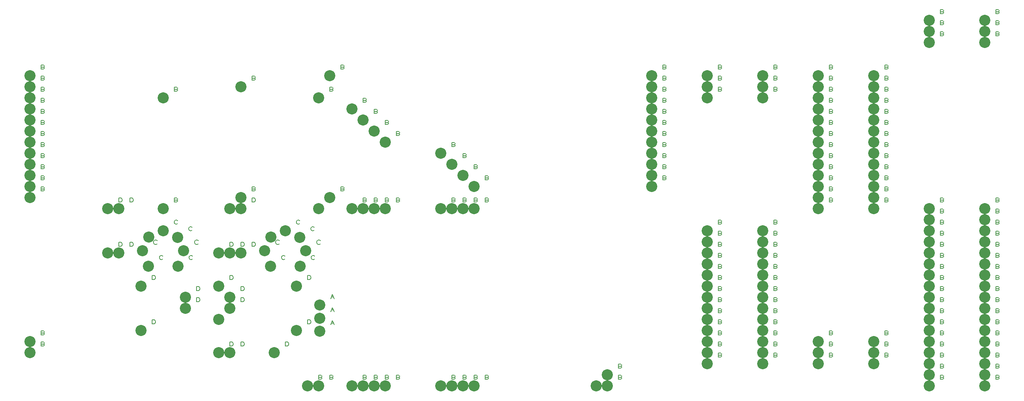
<source format=gbr>
G04 DesignSpark PCB Gerber Version 12.0 Build 5941*
G04 #@! TF.Part,Single*
G04 #@! TF.FileFunction,Drillmap*
G04 #@! TF.FilePolarity,Positive*
%FSLAX35Y35*%
%MOIN*%
%ADD70C,0.00500*%
G04 #@! TA.AperFunction,WasherPad*
%ADD19C,0.10000*%
G04 #@! TD.AperFunction*
X0Y0D02*
D02*
D19*
X20250Y50250D03*
D03*
Y60250D03*
D03*
Y190250D03*
Y200250D03*
Y210250D03*
Y220250D03*
Y230250D03*
Y240250D03*
Y250250D03*
Y260250D03*
Y270250D03*
Y280250D03*
Y290250D03*
Y300250D03*
X90250Y140250D03*
Y180250D03*
X100250Y140250D03*
Y180250D03*
X120250Y70250D03*
Y110250D03*
X121746Y142140D03*
X126864Y128360D03*
X127258Y154738D03*
X140250Y160250D03*
Y180250D03*
Y280250D03*
X153242Y154344D03*
X153636Y128360D03*
X158754Y142140D03*
X160250Y90250D03*
Y100250D03*
X190250Y50250D03*
Y80250D03*
Y110250D03*
Y140250D03*
X200250Y50250D03*
Y90250D03*
Y100250D03*
Y140250D03*
Y180250D03*
X210250Y140250D03*
Y180250D03*
Y190250D03*
Y290250D03*
X231746Y142140D03*
X236864Y128360D03*
X237258Y154738D03*
X240250Y50250D03*
X250250Y160250D03*
X260250Y70250D03*
Y110250D03*
X263242Y154344D03*
X263636Y128360D03*
X268754Y142140D03*
X270250Y20250D03*
X280250D03*
Y180250D03*
Y280250D03*
X281195Y69541D03*
Y81352D03*
Y93163D03*
X290250Y190250D03*
Y300250D03*
X310250Y20250D03*
Y180250D03*
Y270250D03*
X320250Y20250D03*
Y180250D03*
Y260250D03*
X330250Y20250D03*
Y180250D03*
Y250250D03*
X340250Y20250D03*
Y180250D03*
Y240250D03*
X390250Y20250D03*
Y180250D03*
Y230250D03*
X400250Y20250D03*
Y180250D03*
Y220250D03*
X410250Y20250D03*
Y180250D03*
Y210250D03*
X420250Y20250D03*
Y180250D03*
Y200250D03*
X530250Y20250D03*
X540250D03*
Y30250D03*
X580250Y200250D03*
Y210250D03*
Y220250D03*
Y230250D03*
Y240250D03*
Y250250D03*
Y260250D03*
Y270250D03*
Y280250D03*
Y290250D03*
Y300250D03*
X630250Y40250D03*
Y50250D03*
Y60250D03*
Y70250D03*
Y80250D03*
Y90250D03*
Y100250D03*
Y110250D03*
Y120250D03*
Y130250D03*
Y140250D03*
Y150250D03*
Y160250D03*
Y280250D03*
Y290250D03*
Y300250D03*
X680250Y40250D03*
Y50250D03*
Y60250D03*
Y70250D03*
Y80250D03*
Y90250D03*
Y100250D03*
Y110250D03*
Y120250D03*
Y130250D03*
Y140250D03*
Y150250D03*
Y160250D03*
Y280250D03*
Y290250D03*
Y300250D03*
X730250Y40250D03*
Y50250D03*
Y60250D03*
Y180250D03*
Y190250D03*
Y200250D03*
Y210250D03*
Y220250D03*
Y230250D03*
Y240250D03*
Y250250D03*
Y260250D03*
Y270250D03*
Y280250D03*
Y290250D03*
Y300250D03*
X780250Y40250D03*
Y50250D03*
Y60250D03*
Y180250D03*
Y190250D03*
Y200250D03*
Y210250D03*
Y220250D03*
Y230250D03*
Y240250D03*
Y250250D03*
Y260250D03*
Y270250D03*
Y280250D03*
Y290250D03*
Y300250D03*
X830250Y20250D03*
Y30250D03*
Y40250D03*
Y50250D03*
Y60250D03*
Y70250D03*
Y80250D03*
Y90250D03*
Y100250D03*
Y110250D03*
Y120250D03*
Y130250D03*
Y140250D03*
Y150250D03*
Y160250D03*
Y170250D03*
Y180250D03*
Y330250D03*
Y340250D03*
Y350250D03*
X880250Y20250D03*
Y30250D03*
Y40250D03*
Y50250D03*
Y60250D03*
Y70250D03*
Y80250D03*
Y90250D03*
Y100250D03*
Y110250D03*
Y120250D03*
Y130250D03*
Y140250D03*
Y150250D03*
Y160250D03*
Y170250D03*
Y180250D03*
Y330250D03*
Y340250D03*
Y350250D03*
D02*
D70*
X32437Y58063D02*
X33063Y57750D01*
X33375Y57125D01*
X33063Y56500D01*
X32437Y56187D01*
X30250D01*
Y59937D01*
X32437D01*
X33063Y59625D01*
X33375Y59000D01*
X33063Y58375D01*
X32437Y58063D01*
X30250D01*
X32437D02*
X33063Y57750D01*
X33375Y57125D01*
X33063Y56500D01*
X32437Y56187D01*
X30250D01*
Y59937D01*
X32437D01*
X33063Y59625D01*
X33375Y59000D01*
X33063Y58375D01*
X32437Y58063D01*
X30250D01*
X32437Y68063D02*
X33063Y67750D01*
X33375Y67125D01*
X33063Y66500D01*
X32437Y66187D01*
X30250D01*
Y69937D01*
X32437D01*
X33063Y69625D01*
X33375Y69000D01*
X33063Y68375D01*
X32437Y68063D01*
X30250D01*
X32437D02*
X33063Y67750D01*
X33375Y67125D01*
X33063Y66500D01*
X32437Y66187D01*
X30250D01*
Y69937D01*
X32437D01*
X33063Y69625D01*
X33375Y69000D01*
X33063Y68375D01*
X32437Y68063D01*
X30250D01*
X32437Y198063D02*
X33063Y197750D01*
X33375Y197125D01*
X33063Y196500D01*
X32437Y196187D01*
X30250D01*
Y199937D01*
X32437D01*
X33063Y199625D01*
X33375Y199000D01*
X33063Y198375D01*
X32437Y198063D01*
X30250D01*
X32437Y208063D02*
X33063Y207750D01*
X33375Y207125D01*
X33063Y206500D01*
X32437Y206187D01*
X30250D01*
Y209937D01*
X32437D01*
X33063Y209625D01*
X33375Y209000D01*
X33063Y208375D01*
X32437Y208063D01*
X30250D01*
X32437Y218063D02*
X33063Y217750D01*
X33375Y217125D01*
X33063Y216500D01*
X32437Y216187D01*
X30250D01*
Y219937D01*
X32437D01*
X33063Y219625D01*
X33375Y219000D01*
X33063Y218375D01*
X32437Y218063D01*
X30250D01*
X32437Y228063D02*
X33063Y227750D01*
X33375Y227125D01*
X33063Y226500D01*
X32437Y226187D01*
X30250D01*
Y229937D01*
X32437D01*
X33063Y229625D01*
X33375Y229000D01*
X33063Y228375D01*
X32437Y228063D01*
X30250D01*
X32437Y238063D02*
X33063Y237750D01*
X33375Y237125D01*
X33063Y236500D01*
X32437Y236187D01*
X30250D01*
Y239937D01*
X32437D01*
X33063Y239625D01*
X33375Y239000D01*
X33063Y238375D01*
X32437Y238063D01*
X30250D01*
X32437Y248063D02*
X33063Y247750D01*
X33375Y247125D01*
X33063Y246500D01*
X32437Y246187D01*
X30250D01*
Y249937D01*
X32437D01*
X33063Y249625D01*
X33375Y249000D01*
X33063Y248375D01*
X32437Y248063D01*
X30250D01*
X32437Y258063D02*
X33063Y257750D01*
X33375Y257125D01*
X33063Y256500D01*
X32437Y256187D01*
X30250D01*
Y259937D01*
X32437D01*
X33063Y259625D01*
X33375Y259000D01*
X33063Y258375D01*
X32437Y258063D01*
X30250D01*
X32437Y268063D02*
X33063Y267750D01*
X33375Y267125D01*
X33063Y266500D01*
X32437Y266187D01*
X30250D01*
Y269937D01*
X32437D01*
X33063Y269625D01*
X33375Y269000D01*
X33063Y268375D01*
X32437Y268063D01*
X30250D01*
X32437Y278063D02*
X33063Y277750D01*
X33375Y277125D01*
X33063Y276500D01*
X32437Y276187D01*
X30250D01*
Y279937D01*
X32437D01*
X33063Y279625D01*
X33375Y279000D01*
X33063Y278375D01*
X32437Y278063D01*
X30250D01*
X32437Y288063D02*
X33063Y287750D01*
X33375Y287125D01*
X33063Y286500D01*
X32437Y286187D01*
X30250D01*
Y289937D01*
X32437D01*
X33063Y289625D01*
X33375Y289000D01*
X33063Y288375D01*
X32437Y288063D01*
X30250D01*
X32437Y298063D02*
X33063Y297750D01*
X33375Y297125D01*
X33063Y296500D01*
X32437Y296187D01*
X30250D01*
Y299937D01*
X32437D01*
X33063Y299625D01*
X33375Y299000D01*
X33063Y298375D01*
X32437Y298063D01*
X30250D01*
X32437Y308063D02*
X33063Y307750D01*
X33375Y307125D01*
X33063Y306500D01*
X32437Y306187D01*
X30250D01*
Y309937D01*
X32437D01*
X33063Y309625D01*
X33375Y309000D01*
X33063Y308375D01*
X32437Y308063D01*
X30250D01*
X100250Y146187D02*
Y149937D01*
X102125D01*
X102750Y149625D01*
X103063Y149313D01*
X103375Y148687D01*
Y147437D01*
X103063Y146813D01*
X102750Y146500D01*
X102125Y146187D01*
X100250D01*
Y186187D02*
Y189937D01*
X102125D01*
X102750Y189625D01*
X103063Y189313D01*
X103375Y188687D01*
Y187437D01*
X103063Y186813D01*
X102750Y186500D01*
X102125Y186187D01*
X100250D01*
X110250Y146187D02*
Y149937D01*
X112125D01*
X112750Y149625D01*
X113063Y149313D01*
X113375Y148687D01*
Y147437D01*
X113063Y146813D01*
X112750Y146500D01*
X112125Y146187D01*
X110250D01*
Y186187D02*
Y189937D01*
X112125D01*
X112750Y189625D01*
X113063Y189313D01*
X113375Y188687D01*
Y187437D01*
X113063Y186813D01*
X112750Y186500D01*
X112125Y186187D01*
X110250D01*
X130250Y76187D02*
Y79937D01*
X132125D01*
X132750Y79625D01*
X133063Y79313D01*
X133375Y78687D01*
Y77437D01*
X133063Y76813D01*
X132750Y76500D01*
X132125Y76187D01*
X130250D01*
Y116187D02*
Y119937D01*
X132125D01*
X132750Y119625D01*
X133063Y119313D01*
X133375Y118687D01*
Y117437D01*
X133063Y116813D01*
X132750Y116500D01*
X132125Y116187D01*
X130250D01*
X134871Y148702D02*
X134559Y148390D01*
X133933Y148077D01*
X132996D01*
X132371Y148390D01*
X132059Y148702D01*
X131746Y149327D01*
Y150577D01*
X132059Y151202D01*
X132371Y151515D01*
X132996Y151827D01*
X133933D01*
X134559Y151515D01*
X134871Y151202D01*
X139989Y134923D02*
X139677Y134610D01*
X139052Y134298D01*
X138114D01*
X137489Y134610D01*
X137177Y134923D01*
X136864Y135548D01*
Y136798D01*
X137177Y137423D01*
X137489Y137735D01*
X138114Y138048D01*
X139052D01*
X139677Y137735D01*
X139989Y137423D01*
X140383Y161301D02*
X140070Y160988D01*
X139445Y160676D01*
X138508D01*
X137883Y160988D01*
X137570Y161301D01*
X137258Y161926D01*
Y163176D01*
X137570Y163801D01*
X137883Y164113D01*
X138508Y164426D01*
X139445D01*
X140070Y164113D01*
X140383Y163801D01*
X153375Y166813D02*
X153063Y166500D01*
X152437Y166187D01*
X151500D01*
X150875Y166500D01*
X150563Y166813D01*
X150250Y167437D01*
Y168687D01*
X150563Y169313D01*
X150875Y169625D01*
X151500Y169937D01*
X152437D01*
X153063Y169625D01*
X153375Y169313D01*
X152437Y188063D02*
X153063Y187750D01*
X153375Y187125D01*
X153063Y186500D01*
X152437Y186187D01*
X150250D01*
Y189937D01*
X152437D01*
X153063Y189625D01*
X153375Y189000D01*
X153063Y188375D01*
X152437Y188063D01*
X150250D01*
X152437Y288063D02*
X153063Y287750D01*
X153375Y287125D01*
X153063Y286500D01*
X152437Y286187D01*
X150250D01*
Y289937D01*
X152437D01*
X153063Y289625D01*
X153375Y289000D01*
X153063Y288375D01*
X152437Y288063D01*
X150250D01*
X166367Y160907D02*
X166055Y160594D01*
X165430Y160282D01*
X164492D01*
X163867Y160594D01*
X163555Y160907D01*
X163242Y161532D01*
Y162782D01*
X163555Y163407D01*
X163867Y163720D01*
X164492Y164032D01*
X165430D01*
X166055Y163720D01*
X166367Y163407D01*
X166761Y134923D02*
X166448Y134610D01*
X165823Y134298D01*
X164886D01*
X164261Y134610D01*
X163948Y134923D01*
X163636Y135548D01*
Y136798D01*
X163948Y137423D01*
X164261Y137735D01*
X164886Y138048D01*
X165823D01*
X166448Y137735D01*
X166761Y137423D01*
X171879Y148702D02*
X171567Y148390D01*
X170941Y148077D01*
X170004D01*
X169379Y148390D01*
X169067Y148702D01*
X168754Y149327D01*
Y150577D01*
X169067Y151202D01*
X169379Y151515D01*
X170004Y151827D01*
X170941D01*
X171567Y151515D01*
X171879Y151202D01*
X170250Y96187D02*
Y99937D01*
X172125D01*
X172750Y99625D01*
X173063Y99313D01*
X173375Y98687D01*
Y97437D01*
X173063Y96813D01*
X172750Y96500D01*
X172125Y96187D01*
X170250D01*
Y106187D02*
Y109937D01*
X172125D01*
X172750Y109625D01*
X173063Y109313D01*
X173375Y108687D01*
Y107437D01*
X173063Y106813D01*
X172750Y106500D01*
X172125Y106187D01*
X170250D01*
X200250Y56187D02*
Y59937D01*
X202125D01*
X202750Y59625D01*
X203063Y59313D01*
X203375Y58687D01*
Y57437D01*
X203063Y56813D01*
X202750Y56500D01*
X202125Y56187D01*
X200250D01*
Y86187D02*
Y89937D01*
X202125D01*
X202750Y89625D01*
X203063Y89313D01*
X203375Y88687D01*
Y87437D01*
X203063Y86813D01*
X202750Y86500D01*
X202125Y86187D01*
X200250D01*
Y116187D02*
Y119937D01*
X202125D01*
X202750Y119625D01*
X203063Y119313D01*
X203375Y118687D01*
Y117437D01*
X203063Y116813D01*
X202750Y116500D01*
X202125Y116187D01*
X200250D01*
Y146187D02*
Y149937D01*
X202125D01*
X202750Y149625D01*
X203063Y149313D01*
X203375Y148687D01*
Y147437D01*
X203063Y146813D01*
X202750Y146500D01*
X202125Y146187D01*
X200250D01*
X210250Y56187D02*
Y59937D01*
X212125D01*
X212750Y59625D01*
X213063Y59313D01*
X213375Y58687D01*
Y57437D01*
X213063Y56813D01*
X212750Y56500D01*
X212125Y56187D01*
X210250D01*
Y96187D02*
Y99937D01*
X212125D01*
X212750Y99625D01*
X213063Y99313D01*
X213375Y98687D01*
Y97437D01*
X213063Y96813D01*
X212750Y96500D01*
X212125Y96187D01*
X210250D01*
Y106187D02*
Y109937D01*
X212125D01*
X212750Y109625D01*
X213063Y109313D01*
X213375Y108687D01*
Y107437D01*
X213063Y106813D01*
X212750Y106500D01*
X212125Y106187D01*
X210250D01*
Y146187D02*
Y149937D01*
X212125D01*
X212750Y149625D01*
X213063Y149313D01*
X213375Y148687D01*
Y147437D01*
X213063Y146813D01*
X212750Y146500D01*
X212125Y146187D01*
X210250D01*
Y186187D02*
Y189937D01*
X212125D01*
X212750Y189625D01*
X213063Y189313D01*
X213375Y188687D01*
Y187437D01*
X213063Y186813D01*
X212750Y186500D01*
X212125Y186187D01*
X210250D01*
X220250Y146187D02*
Y149937D01*
X222125D01*
X222750Y149625D01*
X223063Y149313D01*
X223375Y148687D01*
Y147437D01*
X223063Y146813D01*
X222750Y146500D01*
X222125Y146187D01*
X220250D01*
Y186187D02*
Y189937D01*
X222125D01*
X222750Y189625D01*
X223063Y189313D01*
X223375Y188687D01*
Y187437D01*
X223063Y186813D01*
X222750Y186500D01*
X222125Y186187D01*
X220250D01*
X222437Y198063D02*
X223063Y197750D01*
X223375Y197125D01*
X223063Y196500D01*
X222437Y196187D01*
X220250D01*
Y199937D01*
X222437D01*
X223063Y199625D01*
X223375Y199000D01*
X223063Y198375D01*
X222437Y198063D01*
X220250D01*
X222437Y298063D02*
X223063Y297750D01*
X223375Y297125D01*
X223063Y296500D01*
X222437Y296187D01*
X220250D01*
Y299937D01*
X222437D01*
X223063Y299625D01*
X223375Y299000D01*
X223063Y298375D01*
X222437Y298063D01*
X220250D01*
X244871Y148702D02*
X244559Y148390D01*
X243933Y148077D01*
X242996D01*
X242371Y148390D01*
X242059Y148702D01*
X241746Y149327D01*
Y150577D01*
X242059Y151202D01*
X242371Y151515D01*
X242996Y151827D01*
X243933D01*
X244559Y151515D01*
X244871Y151202D01*
X249989Y134923D02*
X249677Y134610D01*
X249052Y134298D01*
X248114D01*
X247489Y134610D01*
X247177Y134923D01*
X246864Y135548D01*
Y136798D01*
X247177Y137423D01*
X247489Y137735D01*
X248114Y138048D01*
X249052D01*
X249677Y137735D01*
X249989Y137423D01*
X250383Y161301D02*
X250070Y160988D01*
X249445Y160676D01*
X248508D01*
X247883Y160988D01*
X247570Y161301D01*
X247258Y161926D01*
Y163176D01*
X247570Y163801D01*
X247883Y164113D01*
X248508Y164426D01*
X249445D01*
X250070Y164113D01*
X250383Y163801D01*
X250250Y56187D02*
Y59937D01*
X252125D01*
X252750Y59625D01*
X253063Y59313D01*
X253375Y58687D01*
Y57437D01*
X253063Y56813D01*
X252750Y56500D01*
X252125Y56187D01*
X250250D01*
X263375Y166813D02*
X263063Y166500D01*
X262437Y166187D01*
X261500D01*
X260875Y166500D01*
X260563Y166813D01*
X260250Y167437D01*
Y168687D01*
X260563Y169313D01*
X260875Y169625D01*
X261500Y169937D01*
X262437D01*
X263063Y169625D01*
X263375Y169313D01*
X270250Y76187D02*
Y79937D01*
X272125D01*
X272750Y79625D01*
X273063Y79313D01*
X273375Y78687D01*
Y77437D01*
X273063Y76813D01*
X272750Y76500D01*
X272125Y76187D01*
X270250D01*
Y116187D02*
Y119937D01*
X272125D01*
X272750Y119625D01*
X273063Y119313D01*
X273375Y118687D01*
Y117437D01*
X273063Y116813D01*
X272750Y116500D01*
X272125Y116187D01*
X270250D01*
X276367Y160907D02*
X276055Y160594D01*
X275430Y160282D01*
X274492D01*
X273867Y160594D01*
X273555Y160907D01*
X273242Y161532D01*
Y162782D01*
X273555Y163407D01*
X273867Y163720D01*
X274492Y164032D01*
X275430D01*
X276055Y163720D01*
X276367Y163407D01*
X276761Y134923D02*
X276448Y134610D01*
X275823Y134298D01*
X274886D01*
X274261Y134610D01*
X273948Y134923D01*
X273636Y135548D01*
Y136798D01*
X273948Y137423D01*
X274261Y137735D01*
X274886Y138048D01*
X275823D01*
X276448Y137735D01*
X276761Y137423D01*
X281879Y148702D02*
X281567Y148390D01*
X280941Y148077D01*
X280004D01*
X279379Y148390D01*
X279067Y148702D01*
X278754Y149327D01*
Y150577D01*
X279067Y151202D01*
X279379Y151515D01*
X280004Y151827D01*
X280941D01*
X281567Y151515D01*
X281879Y151202D01*
X282437Y28063D02*
X283063Y27750D01*
X283375Y27125D01*
X283063Y26500D01*
X282437Y26187D01*
X280250D01*
Y29937D01*
X282437D01*
X283063Y29625D01*
X283375Y29000D01*
X283063Y28375D01*
X282437Y28063D01*
X280250D01*
X292437D02*
X293063Y27750D01*
X293375Y27125D01*
X293063Y26500D01*
X292437Y26187D01*
X290250D01*
Y29937D01*
X292437D01*
X293063Y29625D01*
X293375Y29000D01*
X293063Y28375D01*
X292437Y28063D01*
X290250D01*
X292437Y188063D02*
X293063Y187750D01*
X293375Y187125D01*
X293063Y186500D01*
X292437Y186187D01*
X290250D01*
Y189937D01*
X292437D01*
X293063Y189625D01*
X293375Y189000D01*
X293063Y188375D01*
X292437Y188063D01*
X290250D01*
X292437Y288063D02*
X293063Y287750D01*
X293375Y287125D01*
X293063Y286500D01*
X292437Y286187D01*
X290250D01*
Y289937D01*
X292437D01*
X293063Y289625D01*
X293375Y289000D01*
X293063Y288375D01*
X292437Y288063D01*
X290250D01*
X291195Y75479D02*
X292757Y79229D01*
X294320Y75479D01*
X291820Y77041D02*
X293695D01*
X291195Y87290D02*
X292757Y91040D01*
X294320Y87290D01*
X291820Y88852D02*
X293695D01*
X291195Y99101D02*
X292757Y102851D01*
X294320Y99101D01*
X291820Y100663D02*
X293695D01*
X302437Y198063D02*
X303063Y197750D01*
X303375Y197125D01*
X303063Y196500D01*
X302437Y196187D01*
X300250D01*
Y199937D01*
X302437D01*
X303063Y199625D01*
X303375Y199000D01*
X303063Y198375D01*
X302437Y198063D01*
X300250D01*
X302437Y308063D02*
X303063Y307750D01*
X303375Y307125D01*
X303063Y306500D01*
X302437Y306187D01*
X300250D01*
Y309937D01*
X302437D01*
X303063Y309625D01*
X303375Y309000D01*
X303063Y308375D01*
X302437Y308063D01*
X300250D01*
X322437Y28063D02*
X323063Y27750D01*
X323375Y27125D01*
X323063Y26500D01*
X322437Y26187D01*
X320250D01*
Y29937D01*
X322437D01*
X323063Y29625D01*
X323375Y29000D01*
X323063Y28375D01*
X322437Y28063D01*
X320250D01*
X322437Y188063D02*
X323063Y187750D01*
X323375Y187125D01*
X323063Y186500D01*
X322437Y186187D01*
X320250D01*
Y189937D01*
X322437D01*
X323063Y189625D01*
X323375Y189000D01*
X323063Y188375D01*
X322437Y188063D01*
X320250D01*
X322437Y278063D02*
X323063Y277750D01*
X323375Y277125D01*
X323063Y276500D01*
X322437Y276187D01*
X320250D01*
Y279937D01*
X322437D01*
X323063Y279625D01*
X323375Y279000D01*
X323063Y278375D01*
X322437Y278063D01*
X320250D01*
X332437Y28063D02*
X333063Y27750D01*
X333375Y27125D01*
X333063Y26500D01*
X332437Y26187D01*
X330250D01*
Y29937D01*
X332437D01*
X333063Y29625D01*
X333375Y29000D01*
X333063Y28375D01*
X332437Y28063D01*
X330250D01*
X332437Y188063D02*
X333063Y187750D01*
X333375Y187125D01*
X333063Y186500D01*
X332437Y186187D01*
X330250D01*
Y189937D01*
X332437D01*
X333063Y189625D01*
X333375Y189000D01*
X333063Y188375D01*
X332437Y188063D01*
X330250D01*
X332437Y268063D02*
X333063Y267750D01*
X333375Y267125D01*
X333063Y266500D01*
X332437Y266187D01*
X330250D01*
Y269937D01*
X332437D01*
X333063Y269625D01*
X333375Y269000D01*
X333063Y268375D01*
X332437Y268063D01*
X330250D01*
X342437Y28063D02*
X343063Y27750D01*
X343375Y27125D01*
X343063Y26500D01*
X342437Y26187D01*
X340250D01*
Y29937D01*
X342437D01*
X343063Y29625D01*
X343375Y29000D01*
X343063Y28375D01*
X342437Y28063D01*
X340250D01*
X342437Y188063D02*
X343063Y187750D01*
X343375Y187125D01*
X343063Y186500D01*
X342437Y186187D01*
X340250D01*
Y189937D01*
X342437D01*
X343063Y189625D01*
X343375Y189000D01*
X343063Y188375D01*
X342437Y188063D01*
X340250D01*
X342437Y258063D02*
X343063Y257750D01*
X343375Y257125D01*
X343063Y256500D01*
X342437Y256187D01*
X340250D01*
Y259937D01*
X342437D01*
X343063Y259625D01*
X343375Y259000D01*
X343063Y258375D01*
X342437Y258063D01*
X340250D01*
X352437Y28063D02*
X353063Y27750D01*
X353375Y27125D01*
X353063Y26500D01*
X352437Y26187D01*
X350250D01*
Y29937D01*
X352437D01*
X353063Y29625D01*
X353375Y29000D01*
X353063Y28375D01*
X352437Y28063D01*
X350250D01*
X352437Y188063D02*
X353063Y187750D01*
X353375Y187125D01*
X353063Y186500D01*
X352437Y186187D01*
X350250D01*
Y189937D01*
X352437D01*
X353063Y189625D01*
X353375Y189000D01*
X353063Y188375D01*
X352437Y188063D01*
X350250D01*
X352437Y248063D02*
X353063Y247750D01*
X353375Y247125D01*
X353063Y246500D01*
X352437Y246187D01*
X350250D01*
Y249937D01*
X352437D01*
X353063Y249625D01*
X353375Y249000D01*
X353063Y248375D01*
X352437Y248063D01*
X350250D01*
X402437Y28063D02*
X403063Y27750D01*
X403375Y27125D01*
X403063Y26500D01*
X402437Y26187D01*
X400250D01*
Y29937D01*
X402437D01*
X403063Y29625D01*
X403375Y29000D01*
X403063Y28375D01*
X402437Y28063D01*
X400250D01*
X402437Y188063D02*
X403063Y187750D01*
X403375Y187125D01*
X403063Y186500D01*
X402437Y186187D01*
X400250D01*
Y189937D01*
X402437D01*
X403063Y189625D01*
X403375Y189000D01*
X403063Y188375D01*
X402437Y188063D01*
X400250D01*
X402437Y238063D02*
X403063Y237750D01*
X403375Y237125D01*
X403063Y236500D01*
X402437Y236187D01*
X400250D01*
Y239937D01*
X402437D01*
X403063Y239625D01*
X403375Y239000D01*
X403063Y238375D01*
X402437Y238063D01*
X400250D01*
X412437Y28063D02*
X413063Y27750D01*
X413375Y27125D01*
X413063Y26500D01*
X412437Y26187D01*
X410250D01*
Y29937D01*
X412437D01*
X413063Y29625D01*
X413375Y29000D01*
X413063Y28375D01*
X412437Y28063D01*
X410250D01*
X412437Y188063D02*
X413063Y187750D01*
X413375Y187125D01*
X413063Y186500D01*
X412437Y186187D01*
X410250D01*
Y189937D01*
X412437D01*
X413063Y189625D01*
X413375Y189000D01*
X413063Y188375D01*
X412437Y188063D01*
X410250D01*
X412437Y228063D02*
X413063Y227750D01*
X413375Y227125D01*
X413063Y226500D01*
X412437Y226187D01*
X410250D01*
Y229937D01*
X412437D01*
X413063Y229625D01*
X413375Y229000D01*
X413063Y228375D01*
X412437Y228063D01*
X410250D01*
X422437Y28063D02*
X423063Y27750D01*
X423375Y27125D01*
X423063Y26500D01*
X422437Y26187D01*
X420250D01*
Y29937D01*
X422437D01*
X423063Y29625D01*
X423375Y29000D01*
X423063Y28375D01*
X422437Y28063D01*
X420250D01*
X422437Y188063D02*
X423063Y187750D01*
X423375Y187125D01*
X423063Y186500D01*
X422437Y186187D01*
X420250D01*
Y189937D01*
X422437D01*
X423063Y189625D01*
X423375Y189000D01*
X423063Y188375D01*
X422437Y188063D01*
X420250D01*
X422437Y218063D02*
X423063Y217750D01*
X423375Y217125D01*
X423063Y216500D01*
X422437Y216187D01*
X420250D01*
Y219937D01*
X422437D01*
X423063Y219625D01*
X423375Y219000D01*
X423063Y218375D01*
X422437Y218063D01*
X420250D01*
X432437Y28063D02*
X433063Y27750D01*
X433375Y27125D01*
X433063Y26500D01*
X432437Y26187D01*
X430250D01*
Y29937D01*
X432437D01*
X433063Y29625D01*
X433375Y29000D01*
X433063Y28375D01*
X432437Y28063D01*
X430250D01*
X432437Y188063D02*
X433063Y187750D01*
X433375Y187125D01*
X433063Y186500D01*
X432437Y186187D01*
X430250D01*
Y189937D01*
X432437D01*
X433063Y189625D01*
X433375Y189000D01*
X433063Y188375D01*
X432437Y188063D01*
X430250D01*
X432437Y208063D02*
X433063Y207750D01*
X433375Y207125D01*
X433063Y206500D01*
X432437Y206187D01*
X430250D01*
Y209937D01*
X432437D01*
X433063Y209625D01*
X433375Y209000D01*
X433063Y208375D01*
X432437Y208063D01*
X430250D01*
X542437Y28063D02*
X543063Y27750D01*
X543375Y27125D01*
X543063Y26500D01*
X542437Y26187D01*
X540250D01*
Y29937D01*
X542437D01*
X543063Y29625D01*
X543375Y29000D01*
X543063Y28375D01*
X542437Y28063D01*
X540250D01*
X552437D02*
X553063Y27750D01*
X553375Y27125D01*
X553063Y26500D01*
X552437Y26187D01*
X550250D01*
Y29937D01*
X552437D01*
X553063Y29625D01*
X553375Y29000D01*
X553063Y28375D01*
X552437Y28063D01*
X550250D01*
X552437Y38063D02*
X553063Y37750D01*
X553375Y37125D01*
X553063Y36500D01*
X552437Y36187D01*
X550250D01*
Y39937D01*
X552437D01*
X553063Y39625D01*
X553375Y39000D01*
X553063Y38375D01*
X552437Y38063D01*
X550250D01*
X592437Y208063D02*
X593063Y207750D01*
X593375Y207125D01*
X593063Y206500D01*
X592437Y206187D01*
X590250D01*
Y209937D01*
X592437D01*
X593063Y209625D01*
X593375Y209000D01*
X593063Y208375D01*
X592437Y208063D01*
X590250D01*
X592437Y218063D02*
X593063Y217750D01*
X593375Y217125D01*
X593063Y216500D01*
X592437Y216187D01*
X590250D01*
Y219937D01*
X592437D01*
X593063Y219625D01*
X593375Y219000D01*
X593063Y218375D01*
X592437Y218063D01*
X590250D01*
X592437Y228063D02*
X593063Y227750D01*
X593375Y227125D01*
X593063Y226500D01*
X592437Y226187D01*
X590250D01*
Y229937D01*
X592437D01*
X593063Y229625D01*
X593375Y229000D01*
X593063Y228375D01*
X592437Y228063D01*
X590250D01*
X592437Y238063D02*
X593063Y237750D01*
X593375Y237125D01*
X593063Y236500D01*
X592437Y236187D01*
X590250D01*
Y239937D01*
X592437D01*
X593063Y239625D01*
X593375Y239000D01*
X593063Y238375D01*
X592437Y238063D01*
X590250D01*
X592437Y248063D02*
X593063Y247750D01*
X593375Y247125D01*
X593063Y246500D01*
X592437Y246187D01*
X590250D01*
Y249937D01*
X592437D01*
X593063Y249625D01*
X593375Y249000D01*
X593063Y248375D01*
X592437Y248063D01*
X590250D01*
X592437Y258063D02*
X593063Y257750D01*
X593375Y257125D01*
X593063Y256500D01*
X592437Y256187D01*
X590250D01*
Y259937D01*
X592437D01*
X593063Y259625D01*
X593375Y259000D01*
X593063Y258375D01*
X592437Y258063D01*
X590250D01*
X592437Y268063D02*
X593063Y267750D01*
X593375Y267125D01*
X593063Y266500D01*
X592437Y266187D01*
X590250D01*
Y269937D01*
X592437D01*
X593063Y269625D01*
X593375Y269000D01*
X593063Y268375D01*
X592437Y268063D01*
X590250D01*
X592437Y278063D02*
X593063Y277750D01*
X593375Y277125D01*
X593063Y276500D01*
X592437Y276187D01*
X590250D01*
Y279937D01*
X592437D01*
X593063Y279625D01*
X593375Y279000D01*
X593063Y278375D01*
X592437Y278063D01*
X590250D01*
X592437Y288063D02*
X593063Y287750D01*
X593375Y287125D01*
X593063Y286500D01*
X592437Y286187D01*
X590250D01*
Y289937D01*
X592437D01*
X593063Y289625D01*
X593375Y289000D01*
X593063Y288375D01*
X592437Y288063D01*
X590250D01*
X592437Y298063D02*
X593063Y297750D01*
X593375Y297125D01*
X593063Y296500D01*
X592437Y296187D01*
X590250D01*
Y299937D01*
X592437D01*
X593063Y299625D01*
X593375Y299000D01*
X593063Y298375D01*
X592437Y298063D01*
X590250D01*
X592437Y308063D02*
X593063Y307750D01*
X593375Y307125D01*
X593063Y306500D01*
X592437Y306187D01*
X590250D01*
Y309937D01*
X592437D01*
X593063Y309625D01*
X593375Y309000D01*
X593063Y308375D01*
X592437Y308063D01*
X590250D01*
X642437Y48063D02*
X643063Y47750D01*
X643375Y47125D01*
X643063Y46500D01*
X642437Y46187D01*
X640250D01*
Y49937D01*
X642437D01*
X643063Y49625D01*
X643375Y49000D01*
X643063Y48375D01*
X642437Y48063D01*
X640250D01*
X642437Y58063D02*
X643063Y57750D01*
X643375Y57125D01*
X643063Y56500D01*
X642437Y56187D01*
X640250D01*
Y59937D01*
X642437D01*
X643063Y59625D01*
X643375Y59000D01*
X643063Y58375D01*
X642437Y58063D01*
X640250D01*
X642437Y68063D02*
X643063Y67750D01*
X643375Y67125D01*
X643063Y66500D01*
X642437Y66187D01*
X640250D01*
Y69937D01*
X642437D01*
X643063Y69625D01*
X643375Y69000D01*
X643063Y68375D01*
X642437Y68063D01*
X640250D01*
X642437Y78063D02*
X643063Y77750D01*
X643375Y77125D01*
X643063Y76500D01*
X642437Y76187D01*
X640250D01*
Y79937D01*
X642437D01*
X643063Y79625D01*
X643375Y79000D01*
X643063Y78375D01*
X642437Y78063D01*
X640250D01*
X642437Y88063D02*
X643063Y87750D01*
X643375Y87125D01*
X643063Y86500D01*
X642437Y86187D01*
X640250D01*
Y89937D01*
X642437D01*
X643063Y89625D01*
X643375Y89000D01*
X643063Y88375D01*
X642437Y88063D01*
X640250D01*
X642437Y98063D02*
X643063Y97750D01*
X643375Y97125D01*
X643063Y96500D01*
X642437Y96187D01*
X640250D01*
Y99937D01*
X642437D01*
X643063Y99625D01*
X643375Y99000D01*
X643063Y98375D01*
X642437Y98063D01*
X640250D01*
X642437Y108063D02*
X643063Y107750D01*
X643375Y107125D01*
X643063Y106500D01*
X642437Y106187D01*
X640250D01*
Y109937D01*
X642437D01*
X643063Y109625D01*
X643375Y109000D01*
X643063Y108375D01*
X642437Y108063D01*
X640250D01*
X642437Y118063D02*
X643063Y117750D01*
X643375Y117125D01*
X643063Y116500D01*
X642437Y116187D01*
X640250D01*
Y119937D01*
X642437D01*
X643063Y119625D01*
X643375Y119000D01*
X643063Y118375D01*
X642437Y118063D01*
X640250D01*
X642437Y128063D02*
X643063Y127750D01*
X643375Y127125D01*
X643063Y126500D01*
X642437Y126187D01*
X640250D01*
Y129937D01*
X642437D01*
X643063Y129625D01*
X643375Y129000D01*
X643063Y128375D01*
X642437Y128063D01*
X640250D01*
X642437Y138063D02*
X643063Y137750D01*
X643375Y137125D01*
X643063Y136500D01*
X642437Y136187D01*
X640250D01*
Y139937D01*
X642437D01*
X643063Y139625D01*
X643375Y139000D01*
X643063Y138375D01*
X642437Y138063D01*
X640250D01*
X642437Y148063D02*
X643063Y147750D01*
X643375Y147125D01*
X643063Y146500D01*
X642437Y146187D01*
X640250D01*
Y149937D01*
X642437D01*
X643063Y149625D01*
X643375Y149000D01*
X643063Y148375D01*
X642437Y148063D01*
X640250D01*
X642437Y158063D02*
X643063Y157750D01*
X643375Y157125D01*
X643063Y156500D01*
X642437Y156187D01*
X640250D01*
Y159937D01*
X642437D01*
X643063Y159625D01*
X643375Y159000D01*
X643063Y158375D01*
X642437Y158063D01*
X640250D01*
X642437Y168063D02*
X643063Y167750D01*
X643375Y167125D01*
X643063Y166500D01*
X642437Y166187D01*
X640250D01*
Y169937D01*
X642437D01*
X643063Y169625D01*
X643375Y169000D01*
X643063Y168375D01*
X642437Y168063D01*
X640250D01*
X642437Y288063D02*
X643063Y287750D01*
X643375Y287125D01*
X643063Y286500D01*
X642437Y286187D01*
X640250D01*
Y289937D01*
X642437D01*
X643063Y289625D01*
X643375Y289000D01*
X643063Y288375D01*
X642437Y288063D01*
X640250D01*
X642437Y298063D02*
X643063Y297750D01*
X643375Y297125D01*
X643063Y296500D01*
X642437Y296187D01*
X640250D01*
Y299937D01*
X642437D01*
X643063Y299625D01*
X643375Y299000D01*
X643063Y298375D01*
X642437Y298063D01*
X640250D01*
X642437Y308063D02*
X643063Y307750D01*
X643375Y307125D01*
X643063Y306500D01*
X642437Y306187D01*
X640250D01*
Y309937D01*
X642437D01*
X643063Y309625D01*
X643375Y309000D01*
X643063Y308375D01*
X642437Y308063D01*
X640250D01*
X692437Y48063D02*
X693063Y47750D01*
X693375Y47125D01*
X693063Y46500D01*
X692437Y46187D01*
X690250D01*
Y49937D01*
X692437D01*
X693063Y49625D01*
X693375Y49000D01*
X693063Y48375D01*
X692437Y48063D01*
X690250D01*
X692437Y58063D02*
X693063Y57750D01*
X693375Y57125D01*
X693063Y56500D01*
X692437Y56187D01*
X690250D01*
Y59937D01*
X692437D01*
X693063Y59625D01*
X693375Y59000D01*
X693063Y58375D01*
X692437Y58063D01*
X690250D01*
X692437Y68063D02*
X693063Y67750D01*
X693375Y67125D01*
X693063Y66500D01*
X692437Y66187D01*
X690250D01*
Y69937D01*
X692437D01*
X693063Y69625D01*
X693375Y69000D01*
X693063Y68375D01*
X692437Y68063D01*
X690250D01*
X692437Y78063D02*
X693063Y77750D01*
X693375Y77125D01*
X693063Y76500D01*
X692437Y76187D01*
X690250D01*
Y79937D01*
X692437D01*
X693063Y79625D01*
X693375Y79000D01*
X693063Y78375D01*
X692437Y78063D01*
X690250D01*
X692437Y88063D02*
X693063Y87750D01*
X693375Y87125D01*
X693063Y86500D01*
X692437Y86187D01*
X690250D01*
Y89937D01*
X692437D01*
X693063Y89625D01*
X693375Y89000D01*
X693063Y88375D01*
X692437Y88063D01*
X690250D01*
X692437Y98063D02*
X693063Y97750D01*
X693375Y97125D01*
X693063Y96500D01*
X692437Y96187D01*
X690250D01*
Y99937D01*
X692437D01*
X693063Y99625D01*
X693375Y99000D01*
X693063Y98375D01*
X692437Y98063D01*
X690250D01*
X692437Y108063D02*
X693063Y107750D01*
X693375Y107125D01*
X693063Y106500D01*
X692437Y106187D01*
X690250D01*
Y109937D01*
X692437D01*
X693063Y109625D01*
X693375Y109000D01*
X693063Y108375D01*
X692437Y108063D01*
X690250D01*
X692437Y118063D02*
X693063Y117750D01*
X693375Y117125D01*
X693063Y116500D01*
X692437Y116187D01*
X690250D01*
Y119937D01*
X692437D01*
X693063Y119625D01*
X693375Y119000D01*
X693063Y118375D01*
X692437Y118063D01*
X690250D01*
X692437Y128063D02*
X693063Y127750D01*
X693375Y127125D01*
X693063Y126500D01*
X692437Y126187D01*
X690250D01*
Y129937D01*
X692437D01*
X693063Y129625D01*
X693375Y129000D01*
X693063Y128375D01*
X692437Y128063D01*
X690250D01*
X692437Y138063D02*
X693063Y137750D01*
X693375Y137125D01*
X693063Y136500D01*
X692437Y136187D01*
X690250D01*
Y139937D01*
X692437D01*
X693063Y139625D01*
X693375Y139000D01*
X693063Y138375D01*
X692437Y138063D01*
X690250D01*
X692437Y148063D02*
X693063Y147750D01*
X693375Y147125D01*
X693063Y146500D01*
X692437Y146187D01*
X690250D01*
Y149937D01*
X692437D01*
X693063Y149625D01*
X693375Y149000D01*
X693063Y148375D01*
X692437Y148063D01*
X690250D01*
X692437Y158063D02*
X693063Y157750D01*
X693375Y157125D01*
X693063Y156500D01*
X692437Y156187D01*
X690250D01*
Y159937D01*
X692437D01*
X693063Y159625D01*
X693375Y159000D01*
X693063Y158375D01*
X692437Y158063D01*
X690250D01*
X692437Y168063D02*
X693063Y167750D01*
X693375Y167125D01*
X693063Y166500D01*
X692437Y166187D01*
X690250D01*
Y169937D01*
X692437D01*
X693063Y169625D01*
X693375Y169000D01*
X693063Y168375D01*
X692437Y168063D01*
X690250D01*
X692437Y288063D02*
X693063Y287750D01*
X693375Y287125D01*
X693063Y286500D01*
X692437Y286187D01*
X690250D01*
Y289937D01*
X692437D01*
X693063Y289625D01*
X693375Y289000D01*
X693063Y288375D01*
X692437Y288063D01*
X690250D01*
X692437Y298063D02*
X693063Y297750D01*
X693375Y297125D01*
X693063Y296500D01*
X692437Y296187D01*
X690250D01*
Y299937D01*
X692437D01*
X693063Y299625D01*
X693375Y299000D01*
X693063Y298375D01*
X692437Y298063D01*
X690250D01*
X692437Y308063D02*
X693063Y307750D01*
X693375Y307125D01*
X693063Y306500D01*
X692437Y306187D01*
X690250D01*
Y309937D01*
X692437D01*
X693063Y309625D01*
X693375Y309000D01*
X693063Y308375D01*
X692437Y308063D01*
X690250D01*
X742437Y48063D02*
X743063Y47750D01*
X743375Y47125D01*
X743063Y46500D01*
X742437Y46187D01*
X740250D01*
Y49937D01*
X742437D01*
X743063Y49625D01*
X743375Y49000D01*
X743063Y48375D01*
X742437Y48063D01*
X740250D01*
X742437Y58063D02*
X743063Y57750D01*
X743375Y57125D01*
X743063Y56500D01*
X742437Y56187D01*
X740250D01*
Y59937D01*
X742437D01*
X743063Y59625D01*
X743375Y59000D01*
X743063Y58375D01*
X742437Y58063D01*
X740250D01*
X742437Y68063D02*
X743063Y67750D01*
X743375Y67125D01*
X743063Y66500D01*
X742437Y66187D01*
X740250D01*
Y69937D01*
X742437D01*
X743063Y69625D01*
X743375Y69000D01*
X743063Y68375D01*
X742437Y68063D01*
X740250D01*
X742437Y188063D02*
X743063Y187750D01*
X743375Y187125D01*
X743063Y186500D01*
X742437Y186187D01*
X740250D01*
Y189937D01*
X742437D01*
X743063Y189625D01*
X743375Y189000D01*
X743063Y188375D01*
X742437Y188063D01*
X740250D01*
X742437Y198063D02*
X743063Y197750D01*
X743375Y197125D01*
X743063Y196500D01*
X742437Y196187D01*
X740250D01*
Y199937D01*
X742437D01*
X743063Y199625D01*
X743375Y199000D01*
X743063Y198375D01*
X742437Y198063D01*
X740250D01*
X742437Y208063D02*
X743063Y207750D01*
X743375Y207125D01*
X743063Y206500D01*
X742437Y206187D01*
X740250D01*
Y209937D01*
X742437D01*
X743063Y209625D01*
X743375Y209000D01*
X743063Y208375D01*
X742437Y208063D01*
X740250D01*
X742437Y218063D02*
X743063Y217750D01*
X743375Y217125D01*
X743063Y216500D01*
X742437Y216187D01*
X740250D01*
Y219937D01*
X742437D01*
X743063Y219625D01*
X743375Y219000D01*
X743063Y218375D01*
X742437Y218063D01*
X740250D01*
X742437Y228063D02*
X743063Y227750D01*
X743375Y227125D01*
X743063Y226500D01*
X742437Y226187D01*
X740250D01*
Y229937D01*
X742437D01*
X743063Y229625D01*
X743375Y229000D01*
X743063Y228375D01*
X742437Y228063D01*
X740250D01*
X742437Y238063D02*
X743063Y237750D01*
X743375Y237125D01*
X743063Y236500D01*
X742437Y236187D01*
X740250D01*
Y239937D01*
X742437D01*
X743063Y239625D01*
X743375Y239000D01*
X743063Y238375D01*
X742437Y238063D01*
X740250D01*
X742437Y248063D02*
X743063Y247750D01*
X743375Y247125D01*
X743063Y246500D01*
X742437Y246187D01*
X740250D01*
Y249937D01*
X742437D01*
X743063Y249625D01*
X743375Y249000D01*
X743063Y248375D01*
X742437Y248063D01*
X740250D01*
X742437Y258063D02*
X743063Y257750D01*
X743375Y257125D01*
X743063Y256500D01*
X742437Y256187D01*
X740250D01*
Y259937D01*
X742437D01*
X743063Y259625D01*
X743375Y259000D01*
X743063Y258375D01*
X742437Y258063D01*
X740250D01*
X742437Y268063D02*
X743063Y267750D01*
X743375Y267125D01*
X743063Y266500D01*
X742437Y266187D01*
X740250D01*
Y269937D01*
X742437D01*
X743063Y269625D01*
X743375Y269000D01*
X743063Y268375D01*
X742437Y268063D01*
X740250D01*
X742437Y278063D02*
X743063Y277750D01*
X743375Y277125D01*
X743063Y276500D01*
X742437Y276187D01*
X740250D01*
Y279937D01*
X742437D01*
X743063Y279625D01*
X743375Y279000D01*
X743063Y278375D01*
X742437Y278063D01*
X740250D01*
X742437Y288063D02*
X743063Y287750D01*
X743375Y287125D01*
X743063Y286500D01*
X742437Y286187D01*
X740250D01*
Y289937D01*
X742437D01*
X743063Y289625D01*
X743375Y289000D01*
X743063Y288375D01*
X742437Y288063D01*
X740250D01*
X742437Y298063D02*
X743063Y297750D01*
X743375Y297125D01*
X743063Y296500D01*
X742437Y296187D01*
X740250D01*
Y299937D01*
X742437D01*
X743063Y299625D01*
X743375Y299000D01*
X743063Y298375D01*
X742437Y298063D01*
X740250D01*
X742437Y308063D02*
X743063Y307750D01*
X743375Y307125D01*
X743063Y306500D01*
X742437Y306187D01*
X740250D01*
Y309937D01*
X742437D01*
X743063Y309625D01*
X743375Y309000D01*
X743063Y308375D01*
X742437Y308063D01*
X740250D01*
X792437Y48063D02*
X793063Y47750D01*
X793375Y47125D01*
X793063Y46500D01*
X792437Y46187D01*
X790250D01*
Y49937D01*
X792437D01*
X793063Y49625D01*
X793375Y49000D01*
X793063Y48375D01*
X792437Y48063D01*
X790250D01*
X792437Y58063D02*
X793063Y57750D01*
X793375Y57125D01*
X793063Y56500D01*
X792437Y56187D01*
X790250D01*
Y59937D01*
X792437D01*
X793063Y59625D01*
X793375Y59000D01*
X793063Y58375D01*
X792437Y58063D01*
X790250D01*
X792437Y68063D02*
X793063Y67750D01*
X793375Y67125D01*
X793063Y66500D01*
X792437Y66187D01*
X790250D01*
Y69937D01*
X792437D01*
X793063Y69625D01*
X793375Y69000D01*
X793063Y68375D01*
X792437Y68063D01*
X790250D01*
X792437Y188063D02*
X793063Y187750D01*
X793375Y187125D01*
X793063Y186500D01*
X792437Y186187D01*
X790250D01*
Y189937D01*
X792437D01*
X793063Y189625D01*
X793375Y189000D01*
X793063Y188375D01*
X792437Y188063D01*
X790250D01*
X792437Y198063D02*
X793063Y197750D01*
X793375Y197125D01*
X793063Y196500D01*
X792437Y196187D01*
X790250D01*
Y199937D01*
X792437D01*
X793063Y199625D01*
X793375Y199000D01*
X793063Y198375D01*
X792437Y198063D01*
X790250D01*
X792437Y208063D02*
X793063Y207750D01*
X793375Y207125D01*
X793063Y206500D01*
X792437Y206187D01*
X790250D01*
Y209937D01*
X792437D01*
X793063Y209625D01*
X793375Y209000D01*
X793063Y208375D01*
X792437Y208063D01*
X790250D01*
X792437Y218063D02*
X793063Y217750D01*
X793375Y217125D01*
X793063Y216500D01*
X792437Y216187D01*
X790250D01*
Y219937D01*
X792437D01*
X793063Y219625D01*
X793375Y219000D01*
X793063Y218375D01*
X792437Y218063D01*
X790250D01*
X792437Y228063D02*
X793063Y227750D01*
X793375Y227125D01*
X793063Y226500D01*
X792437Y226187D01*
X790250D01*
Y229937D01*
X792437D01*
X793063Y229625D01*
X793375Y229000D01*
X793063Y228375D01*
X792437Y228063D01*
X790250D01*
X792437Y238063D02*
X793063Y237750D01*
X793375Y237125D01*
X793063Y236500D01*
X792437Y236187D01*
X790250D01*
Y239937D01*
X792437D01*
X793063Y239625D01*
X793375Y239000D01*
X793063Y238375D01*
X792437Y238063D01*
X790250D01*
X792437Y248063D02*
X793063Y247750D01*
X793375Y247125D01*
X793063Y246500D01*
X792437Y246187D01*
X790250D01*
Y249937D01*
X792437D01*
X793063Y249625D01*
X793375Y249000D01*
X793063Y248375D01*
X792437Y248063D01*
X790250D01*
X792437Y258063D02*
X793063Y257750D01*
X793375Y257125D01*
X793063Y256500D01*
X792437Y256187D01*
X790250D01*
Y259937D01*
X792437D01*
X793063Y259625D01*
X793375Y259000D01*
X793063Y258375D01*
X792437Y258063D01*
X790250D01*
X792437Y268063D02*
X793063Y267750D01*
X793375Y267125D01*
X793063Y266500D01*
X792437Y266187D01*
X790250D01*
Y269937D01*
X792437D01*
X793063Y269625D01*
X793375Y269000D01*
X793063Y268375D01*
X792437Y268063D01*
X790250D01*
X792437Y278063D02*
X793063Y277750D01*
X793375Y277125D01*
X793063Y276500D01*
X792437Y276187D01*
X790250D01*
Y279937D01*
X792437D01*
X793063Y279625D01*
X793375Y279000D01*
X793063Y278375D01*
X792437Y278063D01*
X790250D01*
X792437Y288063D02*
X793063Y287750D01*
X793375Y287125D01*
X793063Y286500D01*
X792437Y286187D01*
X790250D01*
Y289937D01*
X792437D01*
X793063Y289625D01*
X793375Y289000D01*
X793063Y288375D01*
X792437Y288063D01*
X790250D01*
X792437Y298063D02*
X793063Y297750D01*
X793375Y297125D01*
X793063Y296500D01*
X792437Y296187D01*
X790250D01*
Y299937D01*
X792437D01*
X793063Y299625D01*
X793375Y299000D01*
X793063Y298375D01*
X792437Y298063D01*
X790250D01*
X792437Y308063D02*
X793063Y307750D01*
X793375Y307125D01*
X793063Y306500D01*
X792437Y306187D01*
X790250D01*
Y309937D01*
X792437D01*
X793063Y309625D01*
X793375Y309000D01*
X793063Y308375D01*
X792437Y308063D01*
X790250D01*
X842437Y28063D02*
X843063Y27750D01*
X843375Y27125D01*
X843063Y26500D01*
X842437Y26187D01*
X840250D01*
Y29937D01*
X842437D01*
X843063Y29625D01*
X843375Y29000D01*
X843063Y28375D01*
X842437Y28063D01*
X840250D01*
X842437Y38063D02*
X843063Y37750D01*
X843375Y37125D01*
X843063Y36500D01*
X842437Y36187D01*
X840250D01*
Y39937D01*
X842437D01*
X843063Y39625D01*
X843375Y39000D01*
X843063Y38375D01*
X842437Y38063D01*
X840250D01*
X842437Y48063D02*
X843063Y47750D01*
X843375Y47125D01*
X843063Y46500D01*
X842437Y46187D01*
X840250D01*
Y49937D01*
X842437D01*
X843063Y49625D01*
X843375Y49000D01*
X843063Y48375D01*
X842437Y48063D01*
X840250D01*
X842437Y58063D02*
X843063Y57750D01*
X843375Y57125D01*
X843063Y56500D01*
X842437Y56187D01*
X840250D01*
Y59937D01*
X842437D01*
X843063Y59625D01*
X843375Y59000D01*
X843063Y58375D01*
X842437Y58063D01*
X840250D01*
X842437Y68063D02*
X843063Y67750D01*
X843375Y67125D01*
X843063Y66500D01*
X842437Y66187D01*
X840250D01*
Y69937D01*
X842437D01*
X843063Y69625D01*
X843375Y69000D01*
X843063Y68375D01*
X842437Y68063D01*
X840250D01*
X842437Y78063D02*
X843063Y77750D01*
X843375Y77125D01*
X843063Y76500D01*
X842437Y76187D01*
X840250D01*
Y79937D01*
X842437D01*
X843063Y79625D01*
X843375Y79000D01*
X843063Y78375D01*
X842437Y78063D01*
X840250D01*
X842437Y88063D02*
X843063Y87750D01*
X843375Y87125D01*
X843063Y86500D01*
X842437Y86187D01*
X840250D01*
Y89937D01*
X842437D01*
X843063Y89625D01*
X843375Y89000D01*
X843063Y88375D01*
X842437Y88063D01*
X840250D01*
X842437Y98063D02*
X843063Y97750D01*
X843375Y97125D01*
X843063Y96500D01*
X842437Y96187D01*
X840250D01*
Y99937D01*
X842437D01*
X843063Y99625D01*
X843375Y99000D01*
X843063Y98375D01*
X842437Y98063D01*
X840250D01*
X842437Y108063D02*
X843063Y107750D01*
X843375Y107125D01*
X843063Y106500D01*
X842437Y106187D01*
X840250D01*
Y109937D01*
X842437D01*
X843063Y109625D01*
X843375Y109000D01*
X843063Y108375D01*
X842437Y108063D01*
X840250D01*
X842437Y118063D02*
X843063Y117750D01*
X843375Y117125D01*
X843063Y116500D01*
X842437Y116187D01*
X840250D01*
Y119937D01*
X842437D01*
X843063Y119625D01*
X843375Y119000D01*
X843063Y118375D01*
X842437Y118063D01*
X840250D01*
X842437Y128063D02*
X843063Y127750D01*
X843375Y127125D01*
X843063Y126500D01*
X842437Y126187D01*
X840250D01*
Y129937D01*
X842437D01*
X843063Y129625D01*
X843375Y129000D01*
X843063Y128375D01*
X842437Y128063D01*
X840250D01*
X842437Y138063D02*
X843063Y137750D01*
X843375Y137125D01*
X843063Y136500D01*
X842437Y136187D01*
X840250D01*
Y139937D01*
X842437D01*
X843063Y139625D01*
X843375Y139000D01*
X843063Y138375D01*
X842437Y138063D01*
X840250D01*
X842437Y148063D02*
X843063Y147750D01*
X843375Y147125D01*
X843063Y146500D01*
X842437Y146187D01*
X840250D01*
Y149937D01*
X842437D01*
X843063Y149625D01*
X843375Y149000D01*
X843063Y148375D01*
X842437Y148063D01*
X840250D01*
X842437Y158063D02*
X843063Y157750D01*
X843375Y157125D01*
X843063Y156500D01*
X842437Y156187D01*
X840250D01*
Y159937D01*
X842437D01*
X843063Y159625D01*
X843375Y159000D01*
X843063Y158375D01*
X842437Y158063D01*
X840250D01*
X842437Y168063D02*
X843063Y167750D01*
X843375Y167125D01*
X843063Y166500D01*
X842437Y166187D01*
X840250D01*
Y169937D01*
X842437D01*
X843063Y169625D01*
X843375Y169000D01*
X843063Y168375D01*
X842437Y168063D01*
X840250D01*
X842437Y178063D02*
X843063Y177750D01*
X843375Y177125D01*
X843063Y176500D01*
X842437Y176187D01*
X840250D01*
Y179937D01*
X842437D01*
X843063Y179625D01*
X843375Y179000D01*
X843063Y178375D01*
X842437Y178063D01*
X840250D01*
X842437Y188063D02*
X843063Y187750D01*
X843375Y187125D01*
X843063Y186500D01*
X842437Y186187D01*
X840250D01*
Y189937D01*
X842437D01*
X843063Y189625D01*
X843375Y189000D01*
X843063Y188375D01*
X842437Y188063D01*
X840250D01*
X842437Y338063D02*
X843063Y337750D01*
X843375Y337125D01*
X843063Y336500D01*
X842437Y336187D01*
X840250D01*
Y339937D01*
X842437D01*
X843063Y339625D01*
X843375Y339000D01*
X843063Y338375D01*
X842437Y338063D01*
X840250D01*
X842437Y348063D02*
X843063Y347750D01*
X843375Y347125D01*
X843063Y346500D01*
X842437Y346187D01*
X840250D01*
Y349937D01*
X842437D01*
X843063Y349625D01*
X843375Y349000D01*
X843063Y348375D01*
X842437Y348063D01*
X840250D01*
X842437Y358063D02*
X843063Y357750D01*
X843375Y357125D01*
X843063Y356500D01*
X842437Y356187D01*
X840250D01*
Y359937D01*
X842437D01*
X843063Y359625D01*
X843375Y359000D01*
X843063Y358375D01*
X842437Y358063D01*
X840250D01*
X892437Y28063D02*
X893063Y27750D01*
X893375Y27125D01*
X893063Y26500D01*
X892437Y26187D01*
X890250D01*
Y29937D01*
X892437D01*
X893063Y29625D01*
X893375Y29000D01*
X893063Y28375D01*
X892437Y28063D01*
X890250D01*
X892437Y38063D02*
X893063Y37750D01*
X893375Y37125D01*
X893063Y36500D01*
X892437Y36187D01*
X890250D01*
Y39937D01*
X892437D01*
X893063Y39625D01*
X893375Y39000D01*
X893063Y38375D01*
X892437Y38063D01*
X890250D01*
X892437Y48063D02*
X893063Y47750D01*
X893375Y47125D01*
X893063Y46500D01*
X892437Y46187D01*
X890250D01*
Y49937D01*
X892437D01*
X893063Y49625D01*
X893375Y49000D01*
X893063Y48375D01*
X892437Y48063D01*
X890250D01*
X892437Y58063D02*
X893063Y57750D01*
X893375Y57125D01*
X893063Y56500D01*
X892437Y56187D01*
X890250D01*
Y59937D01*
X892437D01*
X893063Y59625D01*
X893375Y59000D01*
X893063Y58375D01*
X892437Y58063D01*
X890250D01*
X892437Y68063D02*
X893063Y67750D01*
X893375Y67125D01*
X893063Y66500D01*
X892437Y66187D01*
X890250D01*
Y69937D01*
X892437D01*
X893063Y69625D01*
X893375Y69000D01*
X893063Y68375D01*
X892437Y68063D01*
X890250D01*
X892437Y78063D02*
X893063Y77750D01*
X893375Y77125D01*
X893063Y76500D01*
X892437Y76187D01*
X890250D01*
Y79937D01*
X892437D01*
X893063Y79625D01*
X893375Y79000D01*
X893063Y78375D01*
X892437Y78063D01*
X890250D01*
X892437Y88063D02*
X893063Y87750D01*
X893375Y87125D01*
X893063Y86500D01*
X892437Y86187D01*
X890250D01*
Y89937D01*
X892437D01*
X893063Y89625D01*
X893375Y89000D01*
X893063Y88375D01*
X892437Y88063D01*
X890250D01*
X892437Y98063D02*
X893063Y97750D01*
X893375Y97125D01*
X893063Y96500D01*
X892437Y96187D01*
X890250D01*
Y99937D01*
X892437D01*
X893063Y99625D01*
X893375Y99000D01*
X893063Y98375D01*
X892437Y98063D01*
X890250D01*
X892437Y108063D02*
X893063Y107750D01*
X893375Y107125D01*
X893063Y106500D01*
X892437Y106187D01*
X890250D01*
Y109937D01*
X892437D01*
X893063Y109625D01*
X893375Y109000D01*
X893063Y108375D01*
X892437Y108063D01*
X890250D01*
X892437Y118063D02*
X893063Y117750D01*
X893375Y117125D01*
X893063Y116500D01*
X892437Y116187D01*
X890250D01*
Y119937D01*
X892437D01*
X893063Y119625D01*
X893375Y119000D01*
X893063Y118375D01*
X892437Y118063D01*
X890250D01*
X892437Y128063D02*
X893063Y127750D01*
X893375Y127125D01*
X893063Y126500D01*
X892437Y126187D01*
X890250D01*
Y129937D01*
X892437D01*
X893063Y129625D01*
X893375Y129000D01*
X893063Y128375D01*
X892437Y128063D01*
X890250D01*
X892437Y138063D02*
X893063Y137750D01*
X893375Y137125D01*
X893063Y136500D01*
X892437Y136187D01*
X890250D01*
Y139937D01*
X892437D01*
X893063Y139625D01*
X893375Y139000D01*
X893063Y138375D01*
X892437Y138063D01*
X890250D01*
X892437Y148063D02*
X893063Y147750D01*
X893375Y147125D01*
X893063Y146500D01*
X892437Y146187D01*
X890250D01*
Y149937D01*
X892437D01*
X893063Y149625D01*
X893375Y149000D01*
X893063Y148375D01*
X892437Y148063D01*
X890250D01*
X892437Y158063D02*
X893063Y157750D01*
X893375Y157125D01*
X893063Y156500D01*
X892437Y156187D01*
X890250D01*
Y159937D01*
X892437D01*
X893063Y159625D01*
X893375Y159000D01*
X893063Y158375D01*
X892437Y158063D01*
X890250D01*
X892437Y168063D02*
X893063Y167750D01*
X893375Y167125D01*
X893063Y166500D01*
X892437Y166187D01*
X890250D01*
Y169937D01*
X892437D01*
X893063Y169625D01*
X893375Y169000D01*
X893063Y168375D01*
X892437Y168063D01*
X890250D01*
X892437Y178063D02*
X893063Y177750D01*
X893375Y177125D01*
X893063Y176500D01*
X892437Y176187D01*
X890250D01*
Y179937D01*
X892437D01*
X893063Y179625D01*
X893375Y179000D01*
X893063Y178375D01*
X892437Y178063D01*
X890250D01*
X892437Y188063D02*
X893063Y187750D01*
X893375Y187125D01*
X893063Y186500D01*
X892437Y186187D01*
X890250D01*
Y189937D01*
X892437D01*
X893063Y189625D01*
X893375Y189000D01*
X893063Y188375D01*
X892437Y188063D01*
X890250D01*
X892437Y338063D02*
X893063Y337750D01*
X893375Y337125D01*
X893063Y336500D01*
X892437Y336187D01*
X890250D01*
Y339937D01*
X892437D01*
X893063Y339625D01*
X893375Y339000D01*
X893063Y338375D01*
X892437Y338063D01*
X890250D01*
X892437Y348063D02*
X893063Y347750D01*
X893375Y347125D01*
X893063Y346500D01*
X892437Y346187D01*
X890250D01*
Y349937D01*
X892437D01*
X893063Y349625D01*
X893375Y349000D01*
X893063Y348375D01*
X892437Y348063D01*
X890250D01*
X892437Y358063D02*
X893063Y357750D01*
X893375Y357125D01*
X893063Y356500D01*
X892437Y356187D01*
X890250D01*
Y359937D01*
X892437D01*
X893063Y359625D01*
X893375Y359000D01*
X893063Y358375D01*
X892437Y358063D01*
X890250D01*
X0Y0D02*
M02*

</source>
